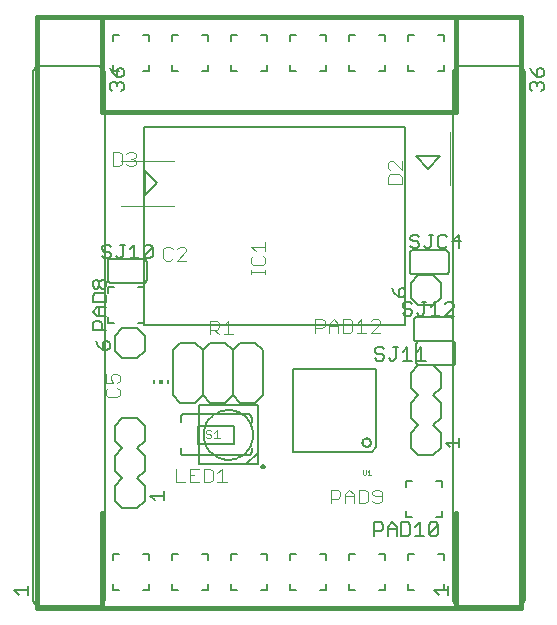
<source format=gto>
G75*
%MOIN*%
%OFA0B0*%
%FSLAX24Y24*%
%IPPOS*%
%LPD*%
%AMOC8*
5,1,8,0,0,1.08239X$1,22.5*
%
%ADD10C,0.0160*%
%ADD11C,0.0060*%
%ADD12C,0.0010*%
%ADD13C,0.0050*%
%ADD14R,0.0059X0.0118*%
%ADD15R,0.0118X0.0118*%
%ADD16C,0.0040*%
%ADD17C,0.0080*%
%ADD18C,0.0020*%
D10*
X001046Y000180D02*
X017188Y000180D01*
X017188Y019865D01*
X001046Y019865D01*
X001046Y000180D01*
X003211Y000180D02*
X003211Y003330D01*
X003211Y000180D02*
X015022Y000180D01*
X015022Y003330D01*
X015022Y016715D02*
X003211Y016715D01*
X003211Y019865D01*
X015022Y019865D01*
X015022Y016715D01*
D11*
X014917Y017985D02*
X014917Y000485D01*
X014638Y000761D02*
X014438Y000761D01*
X014638Y000761D02*
X014638Y000961D01*
X014917Y000485D02*
X014919Y000455D01*
X014924Y000425D01*
X014933Y000396D01*
X014946Y000369D01*
X014961Y000343D01*
X014980Y000319D01*
X015001Y000298D01*
X015025Y000279D01*
X015051Y000264D01*
X015078Y000251D01*
X015107Y000242D01*
X015137Y000237D01*
X015167Y000235D01*
X017067Y000235D01*
X017097Y000237D01*
X017127Y000242D01*
X017156Y000251D01*
X017183Y000264D01*
X017209Y000279D01*
X017233Y000298D01*
X017254Y000319D01*
X017273Y000343D01*
X017288Y000369D01*
X017301Y000396D01*
X017310Y000425D01*
X017315Y000455D01*
X017317Y000485D01*
X017317Y017985D01*
X017315Y018015D01*
X017310Y018045D01*
X017301Y018074D01*
X017288Y018101D01*
X017273Y018127D01*
X017254Y018151D01*
X017233Y018172D01*
X017209Y018191D01*
X017183Y018206D01*
X017156Y018219D01*
X017127Y018228D01*
X017097Y018233D01*
X017067Y018235D01*
X015167Y018235D01*
X015137Y018233D01*
X015107Y018228D01*
X015078Y018219D01*
X015051Y018206D01*
X015025Y018191D01*
X015001Y018172D01*
X014980Y018151D01*
X014961Y018127D01*
X014946Y018101D01*
X014933Y018074D01*
X014924Y018045D01*
X014919Y018015D01*
X014917Y017985D01*
X014638Y018084D02*
X014438Y018084D01*
X014638Y018084D02*
X014638Y018284D01*
X014638Y019084D02*
X014638Y019284D01*
X014438Y019284D01*
X013638Y019284D02*
X013438Y019284D01*
X013438Y019084D01*
X012669Y019084D02*
X012669Y019284D01*
X012469Y019284D01*
X011669Y019284D02*
X011469Y019284D01*
X011469Y019084D01*
X010701Y019084D02*
X010701Y019284D01*
X010501Y019284D01*
X009701Y019284D02*
X009501Y019284D01*
X009501Y019084D01*
X009501Y018284D02*
X009501Y018084D01*
X009701Y018084D01*
X010501Y018084D02*
X010701Y018084D01*
X010701Y018284D01*
X011469Y018284D02*
X011469Y018084D01*
X011669Y018084D01*
X012469Y018084D02*
X012669Y018084D01*
X012669Y018284D01*
X013438Y018284D02*
X013438Y018084D01*
X013638Y018084D01*
X008732Y018084D02*
X008532Y018084D01*
X008732Y018084D02*
X008732Y018284D01*
X008732Y019084D02*
X008732Y019284D01*
X008532Y019284D01*
X007732Y019284D02*
X007532Y019284D01*
X007532Y019084D01*
X006764Y019084D02*
X006764Y019284D01*
X006564Y019284D01*
X005764Y019284D02*
X005564Y019284D01*
X005564Y019084D01*
X004795Y019084D02*
X004795Y019284D01*
X004595Y019284D01*
X003795Y019284D02*
X003595Y019284D01*
X003595Y019084D01*
X003595Y018284D02*
X003595Y018084D01*
X003795Y018084D01*
X003317Y017985D02*
X003317Y000485D01*
X003595Y000761D02*
X003595Y000961D01*
X003595Y000761D02*
X003795Y000761D01*
X003317Y000485D02*
X003315Y000455D01*
X003310Y000425D01*
X003301Y000396D01*
X003288Y000369D01*
X003273Y000343D01*
X003254Y000319D01*
X003233Y000298D01*
X003209Y000279D01*
X003183Y000264D01*
X003156Y000251D01*
X003127Y000242D01*
X003097Y000237D01*
X003067Y000235D01*
X001167Y000235D01*
X001137Y000237D01*
X001107Y000242D01*
X001078Y000251D01*
X001051Y000264D01*
X001025Y000279D01*
X001001Y000298D01*
X000980Y000319D01*
X000961Y000343D01*
X000946Y000369D01*
X000933Y000396D01*
X000924Y000425D01*
X000919Y000455D01*
X000917Y000485D01*
X000917Y017985D01*
X000919Y018015D01*
X000924Y018045D01*
X000933Y018074D01*
X000946Y018101D01*
X000961Y018127D01*
X000980Y018151D01*
X001001Y018172D01*
X001025Y018191D01*
X001051Y018206D01*
X001078Y018219D01*
X001107Y018228D01*
X001137Y018233D01*
X001167Y018235D01*
X003067Y018235D01*
X003097Y018233D01*
X003127Y018228D01*
X003156Y018219D01*
X003183Y018206D01*
X003209Y018191D01*
X003233Y018172D01*
X003254Y018151D01*
X003273Y018127D01*
X003288Y018101D01*
X003301Y018074D01*
X003310Y018045D01*
X003315Y018015D01*
X003317Y017985D01*
X004595Y018084D02*
X004795Y018084D01*
X004795Y018284D01*
X005564Y018284D02*
X005564Y018084D01*
X005764Y018084D01*
X006564Y018084D02*
X006764Y018084D01*
X006764Y018284D01*
X007532Y018284D02*
X007532Y018084D01*
X007732Y018084D01*
X013477Y011993D02*
X013477Y011393D01*
X013479Y011376D01*
X013483Y011359D01*
X013490Y011343D01*
X013500Y011329D01*
X013513Y011316D01*
X013527Y011306D01*
X013543Y011299D01*
X013560Y011295D01*
X013577Y011293D01*
X014677Y011293D01*
X014694Y011295D01*
X014711Y011299D01*
X014727Y011306D01*
X014741Y011316D01*
X014754Y011329D01*
X014764Y011343D01*
X014771Y011359D01*
X014775Y011376D01*
X014777Y011393D01*
X014777Y011993D01*
X014775Y012010D01*
X014771Y012027D01*
X014764Y012043D01*
X014754Y012057D01*
X014741Y012070D01*
X014727Y012080D01*
X014711Y012087D01*
X014694Y012091D01*
X014677Y012093D01*
X013577Y012093D01*
X013560Y012091D01*
X013543Y012087D01*
X013527Y012080D01*
X013513Y012070D01*
X013500Y012057D01*
X013490Y012043D01*
X013483Y012027D01*
X013479Y012010D01*
X013477Y011993D01*
X013761Y011255D02*
X014261Y011255D01*
X014511Y011005D01*
X014511Y010505D01*
X014261Y010255D01*
X013761Y010255D01*
X013511Y010505D01*
X013511Y011005D01*
X013761Y011255D01*
X013721Y009870D02*
X014821Y009870D01*
X014838Y009868D01*
X014855Y009864D01*
X014871Y009857D01*
X014885Y009847D01*
X014898Y009834D01*
X014908Y009820D01*
X014915Y009804D01*
X014919Y009787D01*
X014921Y009770D01*
X014921Y009170D01*
X014919Y009153D01*
X014915Y009136D01*
X014908Y009120D01*
X014898Y009106D01*
X014885Y009093D01*
X014871Y009083D01*
X014855Y009076D01*
X014838Y009072D01*
X014821Y009070D01*
X013721Y009070D01*
X013796Y009070D02*
X014896Y009070D01*
X014913Y009068D01*
X014930Y009064D01*
X014946Y009057D01*
X014960Y009047D01*
X014973Y009034D01*
X014983Y009020D01*
X014990Y009004D01*
X014994Y008987D01*
X014996Y008970D01*
X014996Y008370D01*
X014994Y008353D01*
X014990Y008336D01*
X014983Y008320D01*
X014973Y008306D01*
X014960Y008293D01*
X014946Y008283D01*
X014930Y008276D01*
X014913Y008272D01*
X014896Y008270D01*
X013796Y008270D01*
X013761Y008255D02*
X014261Y008255D01*
X014511Y008005D01*
X014511Y007505D01*
X014261Y007255D01*
X014511Y007005D01*
X014511Y006505D01*
X014261Y006255D01*
X014511Y006005D01*
X014511Y005505D01*
X014261Y005255D01*
X013761Y005255D01*
X013511Y005505D01*
X013511Y006005D01*
X013761Y006255D01*
X013511Y006505D01*
X013511Y007005D01*
X013761Y007255D01*
X013511Y007505D01*
X013511Y008005D01*
X013761Y008255D01*
X013796Y008270D02*
X013779Y008272D01*
X013762Y008276D01*
X013746Y008283D01*
X013732Y008293D01*
X013719Y008306D01*
X013709Y008320D01*
X013702Y008336D01*
X013698Y008353D01*
X013696Y008370D01*
X013696Y008970D01*
X013698Y008987D01*
X013702Y009004D01*
X013709Y009020D01*
X013719Y009034D01*
X013732Y009047D01*
X013746Y009057D01*
X013762Y009064D01*
X013779Y009068D01*
X013796Y009070D01*
X013721Y009070D02*
X013704Y009072D01*
X013687Y009076D01*
X013671Y009083D01*
X013657Y009093D01*
X013644Y009106D01*
X013634Y009120D01*
X013627Y009136D01*
X013623Y009153D01*
X013621Y009170D01*
X013621Y009770D01*
X013623Y009787D01*
X013627Y009804D01*
X013634Y009820D01*
X013644Y009834D01*
X013657Y009847D01*
X013671Y009857D01*
X013687Y009864D01*
X013704Y009868D01*
X013721Y009870D01*
X012347Y008143D02*
X012347Y005523D01*
X012207Y005383D01*
X009587Y005383D01*
X009587Y008143D01*
X012347Y008143D01*
X011906Y005683D02*
X011908Y005706D01*
X011914Y005729D01*
X011923Y005750D01*
X011936Y005770D01*
X011952Y005787D01*
X011970Y005801D01*
X011990Y005812D01*
X012012Y005820D01*
X012035Y005824D01*
X012059Y005824D01*
X012082Y005820D01*
X012104Y005812D01*
X012124Y005801D01*
X012142Y005787D01*
X012158Y005770D01*
X012171Y005750D01*
X012180Y005729D01*
X012186Y005706D01*
X012188Y005683D01*
X012186Y005660D01*
X012180Y005637D01*
X012171Y005616D01*
X012158Y005596D01*
X012142Y005579D01*
X012124Y005565D01*
X012104Y005554D01*
X012082Y005546D01*
X012059Y005542D01*
X012035Y005542D01*
X012012Y005546D01*
X011990Y005554D01*
X011970Y005565D01*
X011952Y005579D01*
X011936Y005596D01*
X011923Y005616D01*
X011914Y005637D01*
X011908Y005660D01*
X011906Y005683D01*
X013343Y004396D02*
X013343Y004196D01*
X013343Y004396D02*
X013543Y004396D01*
X014343Y004396D02*
X014543Y004396D01*
X014543Y004196D01*
X014543Y003396D02*
X014543Y003196D01*
X014343Y003196D01*
X013543Y003196D02*
X013343Y003196D01*
X013343Y003396D01*
X013438Y001961D02*
X013638Y001961D01*
X013438Y001961D02*
X013438Y001761D01*
X012669Y001761D02*
X012669Y001961D01*
X012469Y001961D01*
X011669Y001961D02*
X011469Y001961D01*
X011469Y001761D01*
X010701Y001761D02*
X010701Y001961D01*
X010501Y001961D01*
X009701Y001961D02*
X009501Y001961D01*
X009501Y001761D01*
X009501Y000961D02*
X009501Y000761D01*
X009701Y000761D01*
X010501Y000761D02*
X010701Y000761D01*
X010701Y000961D01*
X011469Y000961D02*
X011469Y000761D01*
X011669Y000761D01*
X012469Y000761D02*
X012669Y000761D01*
X012669Y000961D01*
X013438Y000961D02*
X013438Y000761D01*
X013638Y000761D01*
X014638Y001761D02*
X014638Y001961D01*
X014438Y001961D01*
X008732Y001961D02*
X008732Y001761D01*
X008732Y001961D02*
X008532Y001961D01*
X007732Y001961D02*
X007532Y001961D01*
X007532Y001761D01*
X006764Y001761D02*
X006764Y001961D01*
X006564Y001961D01*
X005764Y001961D02*
X005564Y001961D01*
X005564Y001761D01*
X004795Y001761D02*
X004795Y001961D01*
X004595Y001961D01*
X003795Y001961D02*
X003595Y001961D01*
X003595Y001761D01*
X004595Y000761D02*
X004795Y000761D01*
X004795Y000961D01*
X005564Y000961D02*
X005564Y000761D01*
X005764Y000761D01*
X006564Y000761D02*
X006764Y000761D01*
X006764Y000961D01*
X007532Y000961D02*
X007532Y000761D01*
X007732Y000761D01*
X008532Y000761D02*
X008732Y000761D01*
X008732Y000961D01*
X004656Y003740D02*
X004656Y004240D01*
X004406Y004490D01*
X004656Y004740D01*
X004656Y005240D01*
X004406Y005490D01*
X004656Y005740D01*
X004656Y006240D01*
X004406Y006490D01*
X003906Y006490D01*
X003656Y006240D01*
X003656Y005740D01*
X003906Y005490D01*
X003656Y005240D01*
X003656Y004740D01*
X003906Y004490D01*
X003656Y004240D01*
X003656Y003740D01*
X003906Y003490D01*
X004406Y003490D01*
X004656Y003740D01*
X005835Y007007D02*
X005585Y007257D01*
X005585Y008757D01*
X005835Y009007D01*
X006335Y009007D01*
X006585Y008757D01*
X006585Y007257D01*
X006335Y007007D01*
X005835Y007007D01*
X006585Y007257D02*
X006835Y007007D01*
X007335Y007007D01*
X007585Y007257D01*
X007585Y008757D01*
X007335Y009007D01*
X006835Y009007D01*
X006585Y008757D01*
X007585Y008757D02*
X007835Y009007D01*
X008335Y009007D01*
X008585Y008757D01*
X008585Y007257D01*
X008335Y007007D01*
X007835Y007007D01*
X007585Y007257D01*
X004656Y008740D02*
X004406Y008490D01*
X003906Y008490D01*
X003656Y008740D01*
X003656Y009240D01*
X003906Y009490D01*
X004406Y009490D01*
X004656Y009240D01*
X004656Y008740D01*
X004629Y009671D02*
X004429Y009671D01*
X004629Y009671D02*
X004629Y009871D01*
X004629Y010671D02*
X004629Y010871D01*
X004429Y010871D01*
X004611Y011010D02*
X003511Y011010D01*
X003494Y011012D01*
X003477Y011016D01*
X003461Y011023D01*
X003447Y011033D01*
X003434Y011046D01*
X003424Y011060D01*
X003417Y011076D01*
X003413Y011093D01*
X003411Y011110D01*
X003411Y011710D01*
X003413Y011727D01*
X003417Y011744D01*
X003424Y011760D01*
X003434Y011774D01*
X003447Y011787D01*
X003461Y011797D01*
X003477Y011804D01*
X003494Y011808D01*
X003511Y011810D01*
X004611Y011810D01*
X004628Y011808D01*
X004645Y011804D01*
X004661Y011797D01*
X004675Y011787D01*
X004688Y011774D01*
X004698Y011760D01*
X004705Y011744D01*
X004709Y011727D01*
X004711Y011710D01*
X004711Y011110D01*
X004709Y011093D01*
X004705Y011076D01*
X004698Y011060D01*
X004688Y011046D01*
X004675Y011033D01*
X004661Y011023D01*
X004645Y011016D01*
X004628Y011012D01*
X004611Y011010D01*
X003629Y010871D02*
X003429Y010871D01*
X003429Y010671D01*
X003429Y009871D02*
X003429Y009671D01*
X003629Y009671D01*
D12*
X011927Y004758D02*
X011927Y004633D01*
X011952Y004608D01*
X012002Y004608D01*
X012027Y004633D01*
X012027Y004758D01*
X012075Y004708D02*
X012125Y004758D01*
X012125Y004608D01*
X012075Y004608D02*
X012175Y004608D01*
D13*
X000441Y000610D02*
X000291Y000760D01*
X000742Y000760D01*
X000742Y000610D02*
X000742Y000910D01*
X004830Y003915D02*
X005281Y003915D01*
X005281Y003765D02*
X005281Y004065D01*
X004981Y003765D02*
X004830Y003915D01*
X005943Y005256D02*
X008069Y005256D01*
X008090Y005254D01*
X008111Y005256D01*
X008131Y005262D01*
X008150Y005271D01*
X008167Y005283D01*
X008182Y005298D01*
X008193Y005315D01*
X008202Y005334D01*
X008207Y005354D01*
X008207Y005512D01*
X008420Y005349D02*
X008026Y004956D01*
X006452Y004956D01*
X006452Y006924D01*
X008420Y006924D01*
X008420Y005349D01*
X008420Y004956D01*
X008026Y004956D01*
X008535Y004882D02*
X008537Y004896D01*
X008543Y004910D01*
X008551Y004922D01*
X008563Y004930D01*
X008577Y004936D01*
X008591Y004938D01*
X008605Y004936D01*
X008619Y004930D01*
X008631Y004922D01*
X008639Y004910D01*
X008645Y004896D01*
X008647Y004882D01*
X008645Y004868D01*
X008639Y004854D01*
X008631Y004842D01*
X008619Y004834D01*
X008605Y004828D01*
X008591Y004826D01*
X008577Y004828D01*
X008563Y004834D01*
X008551Y004842D01*
X008543Y004854D01*
X008537Y004868D01*
X008535Y004882D01*
X007616Y005650D02*
X007616Y006240D01*
X006435Y006240D01*
X006435Y005650D01*
X007616Y005650D01*
X006609Y005940D02*
X006611Y005997D01*
X006617Y006054D01*
X006627Y006110D01*
X006640Y006166D01*
X006658Y006220D01*
X006679Y006273D01*
X006704Y006324D01*
X006732Y006374D01*
X006764Y006421D01*
X006798Y006467D01*
X006836Y006509D01*
X006877Y006549D01*
X006920Y006587D01*
X006966Y006621D01*
X007014Y006651D01*
X007064Y006679D01*
X007116Y006703D01*
X007170Y006723D01*
X007224Y006739D01*
X007280Y006752D01*
X007336Y006761D01*
X007393Y006766D01*
X007450Y006767D01*
X007507Y006764D01*
X007564Y006757D01*
X007620Y006746D01*
X007675Y006732D01*
X007729Y006713D01*
X007782Y006691D01*
X007833Y006666D01*
X007882Y006636D01*
X007929Y006604D01*
X007974Y006568D01*
X008016Y006530D01*
X008055Y006488D01*
X008091Y006444D01*
X008125Y006398D01*
X008155Y006349D01*
X008181Y006299D01*
X008204Y006247D01*
X008223Y006193D01*
X008239Y006138D01*
X008251Y006082D01*
X008259Y006025D01*
X008263Y005969D01*
X008263Y005911D01*
X008259Y005855D01*
X008251Y005798D01*
X008239Y005742D01*
X008223Y005687D01*
X008204Y005633D01*
X008181Y005581D01*
X008155Y005531D01*
X008125Y005482D01*
X008091Y005436D01*
X008055Y005392D01*
X008016Y005350D01*
X007974Y005312D01*
X007929Y005276D01*
X007882Y005244D01*
X007833Y005214D01*
X007782Y005189D01*
X007729Y005167D01*
X007675Y005148D01*
X007620Y005134D01*
X007564Y005123D01*
X007507Y005116D01*
X007450Y005113D01*
X007393Y005114D01*
X007336Y005119D01*
X007280Y005128D01*
X007224Y005141D01*
X007170Y005157D01*
X007116Y005177D01*
X007064Y005201D01*
X007014Y005229D01*
X006966Y005259D01*
X006920Y005293D01*
X006877Y005331D01*
X006836Y005371D01*
X006798Y005413D01*
X006764Y005459D01*
X006732Y005506D01*
X006704Y005556D01*
X006679Y005607D01*
X006658Y005660D01*
X006640Y005714D01*
X006627Y005770D01*
X006617Y005826D01*
X006611Y005883D01*
X006609Y005940D01*
X005943Y005256D02*
X005926Y005257D01*
X005909Y005262D01*
X005894Y005269D01*
X005880Y005279D01*
X005868Y005291D01*
X005858Y005305D01*
X005851Y005320D01*
X005846Y005337D01*
X005845Y005354D01*
X005845Y005512D01*
X005845Y006378D02*
X005845Y006536D01*
X005846Y006553D01*
X005851Y006570D01*
X005858Y006585D01*
X005868Y006599D01*
X005880Y006611D01*
X005894Y006621D01*
X005909Y006628D01*
X005926Y006633D01*
X005943Y006634D01*
X008108Y006634D01*
X008125Y006633D01*
X008142Y006628D01*
X008157Y006621D01*
X008171Y006611D01*
X008183Y006599D01*
X008193Y006585D01*
X008200Y006570D01*
X008205Y006553D01*
X008206Y006536D01*
X008207Y006536D02*
X008207Y006378D01*
X004626Y009620D02*
X013326Y009620D01*
X013326Y016220D01*
X004626Y016220D01*
X004626Y009620D01*
X003481Y008990D02*
X003406Y009065D01*
X003331Y009065D01*
X003256Y008990D01*
X003256Y008765D01*
X003406Y008765D01*
X003481Y008840D01*
X003481Y008990D01*
X003256Y008765D02*
X003105Y008915D01*
X003030Y009065D01*
X002914Y009433D02*
X002914Y009658D01*
X002989Y009733D01*
X003139Y009733D01*
X003214Y009658D01*
X003214Y009433D01*
X003364Y009433D02*
X002914Y009433D01*
X003064Y009894D02*
X002914Y010044D01*
X003064Y010194D01*
X003364Y010194D01*
X003364Y010354D02*
X003364Y010579D01*
X003289Y010654D01*
X002989Y010654D01*
X002914Y010579D01*
X002914Y010354D01*
X003364Y010354D01*
X003139Y010194D02*
X003139Y009894D01*
X003064Y009894D02*
X003364Y009894D01*
X003289Y010814D02*
X003214Y010814D01*
X003139Y010889D01*
X003139Y011040D01*
X003214Y011115D01*
X003289Y011115D01*
X003364Y011040D01*
X003364Y010889D01*
X003289Y010814D01*
X003139Y010889D02*
X003064Y010814D01*
X002989Y010814D01*
X002914Y010889D01*
X002914Y011040D01*
X002989Y011115D01*
X003064Y011115D01*
X003139Y011040D01*
X003301Y011825D02*
X003226Y011900D01*
X003301Y011825D02*
X003451Y011825D01*
X003526Y011900D01*
X003526Y011975D01*
X003451Y012050D01*
X003301Y012050D01*
X003226Y012125D01*
X003226Y012200D01*
X003301Y012275D01*
X003451Y012275D01*
X003526Y012200D01*
X003686Y011900D02*
X003761Y011825D01*
X003836Y011825D01*
X003911Y011900D01*
X003911Y012275D01*
X003836Y012275D02*
X003986Y012275D01*
X004147Y012125D02*
X004297Y012275D01*
X004297Y011825D01*
X004147Y011825D02*
X004447Y011825D01*
X004607Y011900D02*
X004907Y012200D01*
X004907Y011900D01*
X004832Y011825D01*
X004682Y011825D01*
X004607Y011900D01*
X004607Y012200D01*
X004682Y012275D01*
X004832Y012275D01*
X004907Y012200D01*
X003867Y017410D02*
X003942Y017485D01*
X003942Y017635D01*
X003867Y017710D01*
X003792Y017710D01*
X003716Y017635D01*
X003716Y017560D01*
X003716Y017635D02*
X003641Y017710D01*
X003566Y017710D01*
X003491Y017635D01*
X003491Y017485D01*
X003566Y017410D01*
X003716Y017871D02*
X003566Y018021D01*
X003491Y018171D01*
X003716Y018096D02*
X003716Y017871D01*
X003867Y017871D01*
X003942Y017946D01*
X003942Y018096D01*
X003867Y018171D01*
X003792Y018171D01*
X003716Y018096D01*
X012401Y008870D02*
X012326Y008795D01*
X012326Y008720D01*
X012401Y008645D01*
X012551Y008645D01*
X012626Y008570D01*
X012626Y008495D01*
X012551Y008420D01*
X012401Y008420D01*
X012326Y008495D01*
X012401Y008870D02*
X012551Y008870D01*
X012626Y008795D01*
X012936Y008870D02*
X013086Y008870D01*
X013011Y008870D02*
X013011Y008495D01*
X012936Y008420D01*
X012861Y008420D01*
X012786Y008495D01*
X013247Y008420D02*
X013547Y008420D01*
X013397Y008420D02*
X013397Y008870D01*
X013247Y008720D01*
X013707Y008720D02*
X013857Y008870D01*
X013857Y008420D01*
X013707Y008420D02*
X014007Y008420D01*
X013875Y009915D02*
X013950Y009990D01*
X013950Y010365D01*
X013875Y010365D02*
X014025Y010365D01*
X014185Y010215D02*
X014335Y010365D01*
X014335Y009915D01*
X014185Y009915D02*
X014485Y009915D01*
X014645Y009915D02*
X014946Y010215D01*
X014946Y010290D01*
X014871Y010365D01*
X014720Y010365D01*
X014645Y010290D01*
X014645Y009915D02*
X014946Y009915D01*
X013875Y009915D02*
X013800Y009915D01*
X013725Y009990D01*
X013564Y009990D02*
X013564Y010065D01*
X013489Y010140D01*
X013339Y010140D01*
X013264Y010215D01*
X013264Y010290D01*
X013339Y010365D01*
X013489Y010365D01*
X013564Y010290D01*
X013261Y010530D02*
X013336Y010605D01*
X013336Y010755D01*
X013261Y010830D01*
X013186Y010830D01*
X013111Y010755D01*
X013111Y010530D01*
X013261Y010530D01*
X013111Y010530D02*
X012960Y010680D01*
X012885Y010830D01*
X013264Y009990D02*
X013339Y009915D01*
X013489Y009915D01*
X013564Y009990D01*
X013577Y012168D02*
X013502Y012243D01*
X013577Y012168D02*
X013727Y012168D01*
X013802Y012243D01*
X013802Y012318D01*
X013727Y012393D01*
X013577Y012393D01*
X013502Y012469D01*
X013502Y012544D01*
X013577Y012619D01*
X013727Y012619D01*
X013802Y012544D01*
X013962Y012243D02*
X014037Y012168D01*
X014112Y012168D01*
X014187Y012243D01*
X014187Y012619D01*
X014112Y012619D02*
X014262Y012619D01*
X014422Y012544D02*
X014422Y012243D01*
X014497Y012168D01*
X014648Y012168D01*
X014723Y012243D01*
X014883Y012393D02*
X015183Y012393D01*
X015108Y012168D02*
X015108Y012619D01*
X014883Y012393D01*
X014723Y012544D02*
X014648Y012619D01*
X014497Y012619D01*
X014422Y012544D01*
X017566Y017410D02*
X017491Y017485D01*
X017491Y017635D01*
X017566Y017710D01*
X017641Y017710D01*
X017716Y017635D01*
X017792Y017710D01*
X017867Y017710D01*
X017942Y017635D01*
X017942Y017485D01*
X017867Y017410D01*
X017716Y017560D02*
X017716Y017635D01*
X017716Y017871D02*
X017716Y018096D01*
X017792Y018171D01*
X017867Y018171D01*
X017942Y018096D01*
X017942Y017946D01*
X017867Y017871D01*
X017716Y017871D01*
X017566Y018021D01*
X017491Y018171D01*
X015136Y005830D02*
X015136Y005530D01*
X015136Y005680D02*
X014685Y005680D01*
X014836Y005530D01*
X014350Y003021D02*
X014199Y003021D01*
X014124Y002946D01*
X014124Y002646D01*
X014425Y002946D01*
X014425Y002646D01*
X014350Y002571D01*
X014199Y002571D01*
X014124Y002646D01*
X013964Y002571D02*
X013664Y002571D01*
X013814Y002571D02*
X013814Y003021D01*
X013664Y002871D01*
X013504Y002946D02*
X013504Y002646D01*
X013429Y002571D01*
X013204Y002571D01*
X013204Y003021D01*
X013429Y003021D01*
X013504Y002946D01*
X013043Y002871D02*
X013043Y002571D01*
X013043Y002796D02*
X012743Y002796D01*
X012743Y002871D02*
X012743Y002571D01*
X012583Y002796D02*
X012508Y002721D01*
X012283Y002721D01*
X012283Y002571D02*
X012283Y003021D01*
X012508Y003021D01*
X012583Y002946D01*
X012583Y002796D01*
X012743Y002871D02*
X012893Y003021D01*
X013043Y002871D01*
X014350Y003021D02*
X014425Y002946D01*
X014742Y000910D02*
X014742Y000610D01*
X014742Y000760D02*
X014291Y000760D01*
X014441Y000610D01*
D14*
X005422Y007699D03*
X004950Y007699D03*
D15*
X005186Y007699D03*
D16*
X003816Y007741D02*
X003739Y007665D01*
X003816Y007741D02*
X003816Y007895D01*
X003739Y007972D01*
X003586Y007972D01*
X003509Y007895D01*
X003509Y007818D01*
X003586Y007665D01*
X003355Y007665D01*
X003355Y007972D01*
X003432Y007511D02*
X003355Y007434D01*
X003355Y007281D01*
X003432Y007204D01*
X003739Y007204D01*
X003816Y007281D01*
X003816Y007434D01*
X003739Y007511D01*
X005687Y004817D02*
X005687Y004357D01*
X005993Y004357D01*
X006147Y004357D02*
X006454Y004357D01*
X006607Y004357D02*
X006837Y004357D01*
X006914Y004433D01*
X006914Y004740D01*
X006837Y004817D01*
X006607Y004817D01*
X006607Y004357D01*
X006300Y004587D02*
X006147Y004587D01*
X006147Y004817D02*
X006147Y004357D01*
X006147Y004817D02*
X006454Y004817D01*
X007068Y004664D02*
X007221Y004817D01*
X007221Y004357D01*
X007068Y004357D02*
X007375Y004357D01*
X010855Y004120D02*
X010855Y003660D01*
X010855Y003813D02*
X011085Y003813D01*
X011162Y003890D01*
X011162Y004044D01*
X011085Y004120D01*
X010855Y004120D01*
X011315Y003967D02*
X011315Y003660D01*
X011315Y003890D02*
X011622Y003890D01*
X011622Y003967D02*
X011622Y003660D01*
X011776Y003660D02*
X012006Y003660D01*
X012083Y003737D01*
X012083Y004044D01*
X012006Y004120D01*
X011776Y004120D01*
X011776Y003660D01*
X011622Y003967D02*
X011469Y004120D01*
X011315Y003967D01*
X012236Y003967D02*
X012313Y003890D01*
X012543Y003890D01*
X012543Y003737D02*
X012543Y004044D01*
X012466Y004120D01*
X012313Y004120D01*
X012236Y004044D01*
X012236Y003967D01*
X012236Y003737D02*
X012313Y003660D01*
X012466Y003660D01*
X012543Y003737D01*
X012487Y009343D02*
X012180Y009343D01*
X012487Y009650D01*
X012487Y009726D01*
X012410Y009803D01*
X012256Y009803D01*
X012180Y009726D01*
X011873Y009803D02*
X011873Y009343D01*
X012026Y009343D02*
X011719Y009343D01*
X011566Y009419D02*
X011566Y009726D01*
X011489Y009803D01*
X011259Y009803D01*
X011259Y009343D01*
X011489Y009343D01*
X011566Y009419D01*
X011719Y009650D02*
X011873Y009803D01*
X011105Y009650D02*
X011105Y009343D01*
X011105Y009573D02*
X010798Y009573D01*
X010798Y009650D02*
X010798Y009343D01*
X010645Y009573D02*
X010568Y009496D01*
X010338Y009496D01*
X010338Y009343D02*
X010338Y009803D01*
X010568Y009803D01*
X010645Y009726D01*
X010645Y009573D01*
X010798Y009650D02*
X010952Y009803D01*
X011105Y009650D01*
X008655Y011293D02*
X008655Y011447D01*
X008655Y011370D02*
X008195Y011370D01*
X008195Y011293D02*
X008195Y011447D01*
X008271Y011600D02*
X008195Y011677D01*
X008195Y011830D01*
X008271Y011907D01*
X008348Y012061D02*
X008195Y012214D01*
X008655Y012214D01*
X008655Y012061D02*
X008655Y012368D01*
X008578Y011907D02*
X008655Y011830D01*
X008655Y011677D01*
X008578Y011600D01*
X008271Y011600D01*
X007430Y009753D02*
X007430Y009293D01*
X007277Y009293D02*
X007584Y009293D01*
X007277Y009600D02*
X007430Y009753D01*
X007123Y009676D02*
X007123Y009523D01*
X007047Y009446D01*
X006816Y009446D01*
X006816Y009293D02*
X006816Y009753D01*
X007047Y009753D01*
X007123Y009676D01*
X006970Y009446D02*
X007123Y009293D01*
X006038Y011752D02*
X005731Y011752D01*
X006038Y012059D01*
X006038Y012135D01*
X005961Y012212D01*
X005808Y012212D01*
X005731Y012135D01*
X005578Y012135D02*
X005501Y012212D01*
X005347Y012212D01*
X005271Y012135D01*
X005271Y011828D01*
X005347Y011752D01*
X005501Y011752D01*
X005578Y011828D01*
X005626Y013585D02*
X003846Y013585D01*
X003805Y014905D02*
X003575Y014905D01*
X003575Y015365D01*
X003805Y015365D01*
X003882Y015289D01*
X003882Y014982D01*
X003805Y014905D01*
X003846Y015085D02*
X005626Y015085D01*
X004342Y015058D02*
X004342Y014982D01*
X004266Y014905D01*
X004112Y014905D01*
X004035Y014982D01*
X004189Y015135D02*
X004266Y015135D01*
X004342Y015058D01*
X004266Y015135D02*
X004342Y015212D01*
X004342Y015289D01*
X004266Y015365D01*
X004112Y015365D01*
X004035Y015289D01*
X012755Y015006D02*
X012755Y014852D01*
X012832Y014775D01*
X012832Y014622D02*
X012755Y014545D01*
X012755Y014315D01*
X013216Y014315D01*
X013216Y014545D01*
X013139Y014622D01*
X012832Y014622D01*
X012755Y015006D02*
X012832Y015082D01*
X012909Y015082D01*
X013216Y014775D01*
X013216Y015082D01*
X013336Y014255D02*
X013336Y016035D01*
X014836Y016035D02*
X014836Y014255D01*
D17*
X014086Y014818D02*
X014480Y015221D01*
X013692Y015221D01*
X014086Y014818D01*
X005063Y014335D02*
X004660Y014729D01*
X004660Y013941D01*
X005063Y014335D01*
D18*
X006726Y006103D02*
X006680Y006056D01*
X006680Y006009D01*
X006726Y005963D01*
X006820Y005963D01*
X006867Y005916D01*
X006867Y005869D01*
X006820Y005822D01*
X006726Y005822D01*
X006680Y005869D01*
X006726Y006103D02*
X006820Y006103D01*
X006867Y006056D01*
X006956Y006009D02*
X007049Y006103D01*
X007049Y005822D01*
X006956Y005822D02*
X007143Y005822D01*
M02*

</source>
